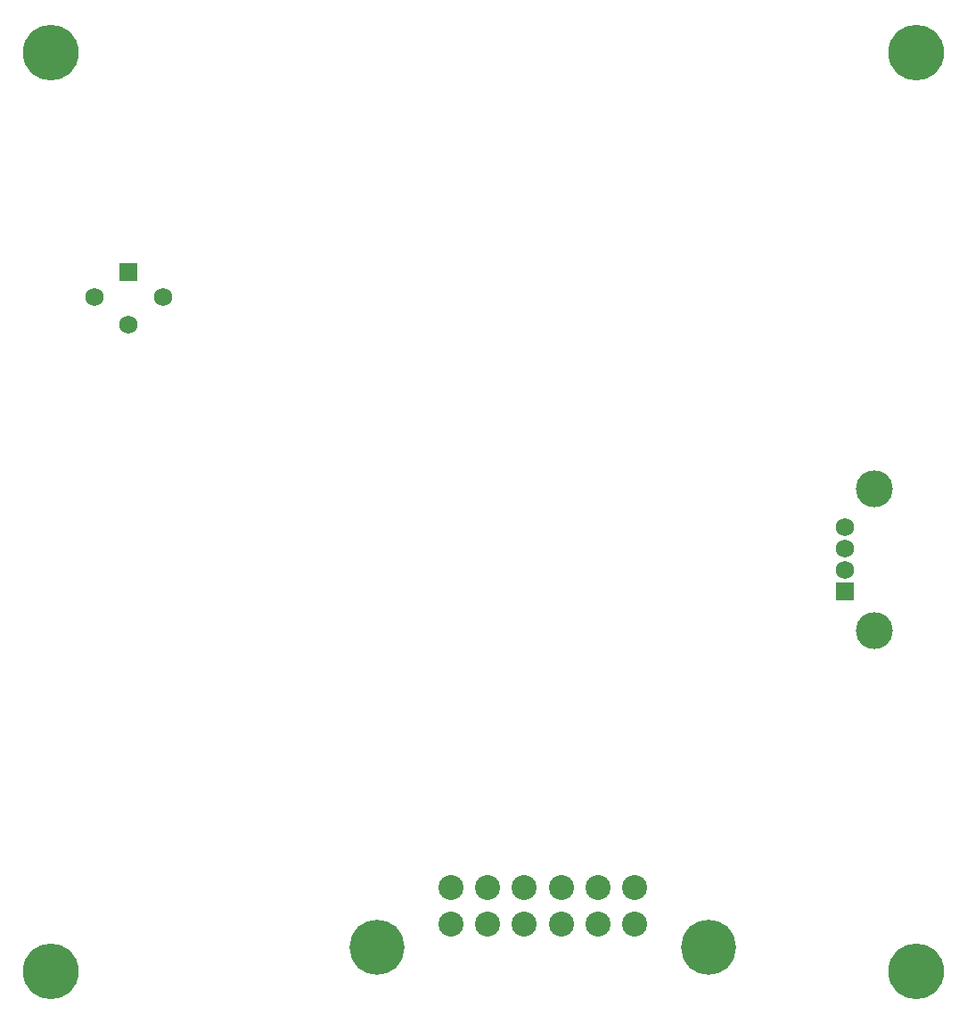
<source format=gbs>
G75*
%MOIN*%
%OFA0B0*%
%FSLAX25Y25*%
%IPPOS*%
%LPD*%
%AMOC8*
5,1,8,0,0,1.08239X$1,22.5*
%
%ADD10R,0.06800X0.06800*%
%ADD11C,0.06800*%
%ADD12C,0.13800*%
%ADD13C,0.20548*%
%ADD14C,0.09363*%
%ADD15C,0.20800*%
D10*
X0044600Y0302582D03*
X0312500Y0182933D03*
D11*
X0312500Y0190933D03*
X0312500Y0198933D03*
X0312500Y0206933D03*
X0057395Y0293133D03*
X0044600Y0282897D03*
X0031805Y0293133D03*
D12*
X0323500Y0221433D03*
X0323500Y0168433D03*
D13*
X0261508Y0049933D03*
X0137492Y0049933D03*
D14*
X0165051Y0058594D03*
X0178831Y0058594D03*
X0192610Y0058594D03*
X0206390Y0058594D03*
X0220169Y0058594D03*
X0233949Y0058594D03*
X0233949Y0072374D03*
X0220169Y0072374D03*
X0206390Y0072374D03*
X0192610Y0072374D03*
X0178831Y0072374D03*
X0165051Y0072374D03*
D15*
X0015500Y0040933D03*
X0339300Y0040933D03*
X0339100Y0384533D03*
X0015500Y0384533D03*
M02*

</source>
